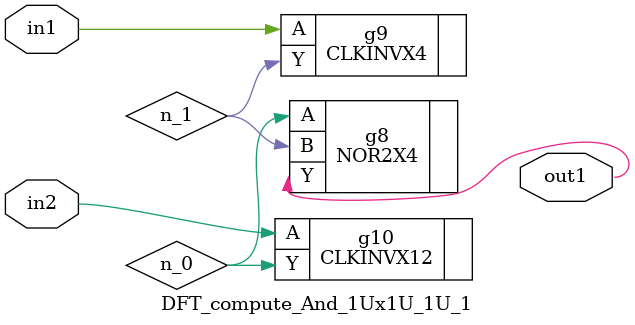
<source format=v>
`timescale 1ps / 1ps


module DFT_compute_And_1Ux1U_1U_1(in2, in1, out1);
  input in2, in1;
  output out1;
  wire in2, in1;
  wire out1;
  wire n_0, n_1;
  NOR2X4 g8(.A (n_0), .B (n_1), .Y (out1));
  CLKINVX4 g9(.A (in1), .Y (n_1));
  CLKINVX12 g10(.A (in2), .Y (n_0));
endmodule



</source>
